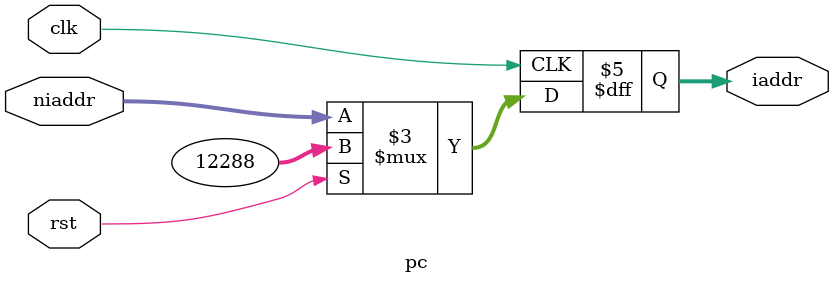
<source format=v>
module pc (clk, rst, niaddr, iaddr);
	input 	clk;
	input 	rst;
	input 	[31:0]	niaddr;// Next Instruction Address;
	output reg	[31:0]	iaddr;// Instruction Address;

	always @ ( posedge clk ) begin
		if (rst)
			iaddr <= 32'h0000_3000;
		else
			iaddr <= niaddr;
	end
endmodule // Program Counter;

</source>
